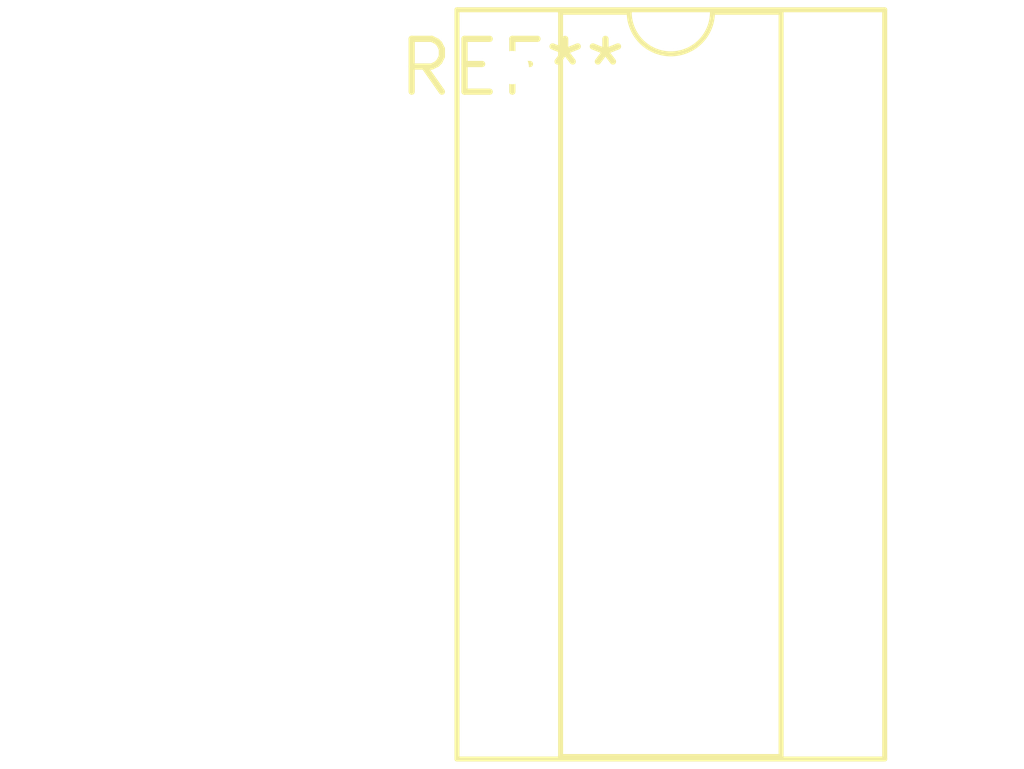
<source format=kicad_pcb>
(kicad_pcb (version 20240108) (generator pcbnew)
  (layers (0 "F.Cu" signal) (31 "B.Cu" signal) (34 "B.Paste" user) (35 "F.Paste" user) (36 "B.SilkS" user "B.Silkscreen") (37 "F.SilkS" user "F.Silkscreen") (38 "B.Mask" user) (39 "F.Mask" user) (44 "Edge.Cuts" user))
  (net 0 "")
  (footprint "DIP-14_W7.62mm_Socket" (layer "F.Cu") (at 0 0)
    (property "Reference" "REF**")
    (property "Value" "DIP-14_W7.62mm_Socket")
    (fp_line (start -1.33 -1.39) (end -1.33 16.63) (layer "F.SilkS") (stroke (width 0.12)))
    (fp_line (start -1.33 16.63) (end 8.95 16.63) (layer "F.SilkS") (stroke (width 0.12)))
    (fp_line (start 1.16 -1.33) (end 1.16 16.57) (layer "F.SilkS") (stroke (width 0.12)))
    (fp_line (start 1.16 16.57) (end 6.46 16.57) (layer "F.SilkS") (stroke (width 0.12)))
    (fp_line (start 2.81 -1.33) (end 1.16 -1.33) (layer "F.SilkS") (stroke (width 0.12)))
    (fp_line (start 6.46 -1.33) (end 4.81 -1.33) (layer "F.SilkS") (stroke (width 0.12)))
    (fp_line (start 6.46 16.57) (end 6.46 -1.33) (layer "F.SilkS") (stroke (width 0.12)))
    (fp_line (start 8.95 -1.39) (end -1.33 -1.39) (layer "F.SilkS") (stroke (width 0.12)))
    (fp_line (start 8.95 16.63) (end 8.95 -1.39) (layer "F.SilkS") (stroke (width 0.12)))
    (fp_arc (start 4.81 -1.33) (mid 3.81 -0.33) (end 2.81 -1.33) (layer "F.SilkS") (stroke (width 0.12)))
    (pad "1" thru_hole rect (at 0 0) (size 1.6 1.6) (drill 0.8) (layers *.Cu *.Mask) (remove_unused_layers))
    (pad "2" thru_hole oval (at 0 2.54) (size 1.6 1.6) (drill 0.8) (layers *.Cu *.Mask) (remove_unused_layers))
    (pad "3" thru_hole oval (at 0 5.08) (size 1.6 1.6) (drill 0.8) (layers *.Cu *.Mask) (remove_unused_layers))
    (pad "4" thru_hole oval (at 0 7.62) (size 1.6 1.6) (drill 0.8) (layers *.Cu *.Mask) (remove_unused_layers))
    (pad "5" thru_hole oval (at 0 10.16) (size 1.6 1.6) (drill 0.8) (layers *.Cu *.Mask) (remove_unused_layers))
    (pad "6" thru_hole oval (at 0 12.7) (size 1.6 1.6) (drill 0.8) (layers *.Cu *.Mask) (remove_unused_layers))
    (pad "7" thru_hole oval (at 0 15.24) (size 1.6 1.6) (drill 0.8) (layers *.Cu *.Mask) (remove_unused_layers))
    (pad "8" thru_hole oval (at 7.62 15.24) (size 1.6 1.6) (drill 0.8) (layers *.Cu *.Mask) (remove_unused_layers))
    (pad "9" thru_hole oval (at 7.62 12.7) (size 1.6 1.6) (drill 0.8) (layers *.Cu *.Mask) (remove_unused_layers))
    (pad "10" thru_hole oval (at 7.62 10.16) (size 1.6 1.6) (drill 0.8) (layers *.Cu *.Mask) (remove_unused_layers))
    (pad "11" thru_hole oval (at 7.62 7.62) (size 1.6 1.6) (drill 0.8) (layers *.Cu *.Mask) (remove_unused_layers))
    (pad "12" thru_hole oval (at 7.62 5.08) (size 1.6 1.6) (drill 0.8) (layers *.Cu *.Mask) (remove_unused_layers))
    (pad "13" thru_hole oval (at 7.62 2.54) (size 1.6 1.6) (drill 0.8) (layers *.Cu *.Mask) (remove_unused_layers))
    (pad "14" thru_hole oval (at 7.62 0) (size 1.6 1.6) (drill 0.8) (layers *.Cu *.Mask) (remove_unused_layers))
  )
)
</source>
